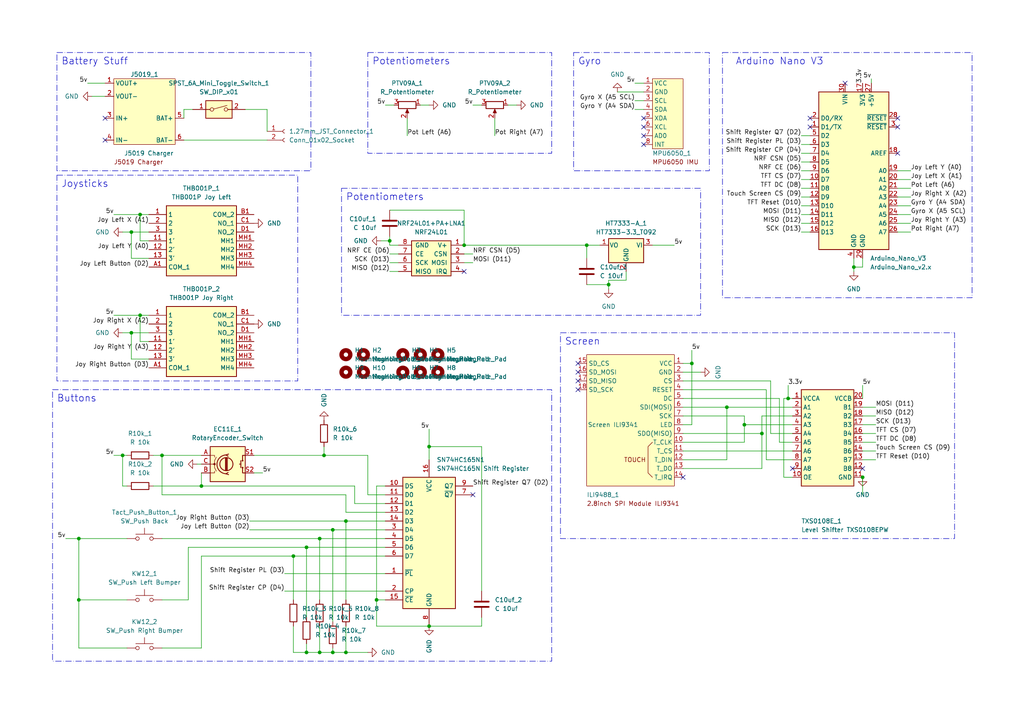
<source format=kicad_sch>
(kicad_sch (version 20230121) (generator eeschema)
  (paper "A4")
  (lib_symbols
    (symbol "74xx:74HC165"
      (property "Reference" "U" (at -7.62 19.05 0))
      (property "Value" "74HC165" (at -7.62 -21.59 0))
      (symbol "74HC165_1_0"
        (pin input line (at -12.7 -10.16 0) (length 5.08) (name "~{PL}") (number "1"))
        (pin input line (at -12.7 15.24 0) (length 5.08) (name "DS") (number "10"))
        (pin input line (at -12.7 12.7 0) (length 5.08) (name "D0") (number "11"))
        (pin input line (at -12.7 10.16 0) (length 5.08) (name "D1") (number "12"))
        (pin input line (at -12.7 7.62 0) (length 5.08) (name "D2") (number "13"))
        (pin input line (at -12.7 5.08 0) (length 5.08) (name "D3") (number "14"))
        (pin input line (at -12.7 -17.78 0) (length 5.08) (name "~{CE}") (number "15"))
        (pin power_in line (at 0 22.86 270) (length 5.08) (name "VCC") (number "16"))
        (pin input line (at -12.7 -15.24 0) (length 5.08) (name "CP") (number "2"))
        (pin input line (at -12.7 2.54 0) (length 5.08) (name "D4") (number "3"))
        (pin input line (at -12.7 0 0) (length 5.08) (name "D5") (number "4"))
        (pin input line (at -12.7 -2.54 0) (length 5.08) (name "D6") (number "5"))
        (pin input line (at -12.7 -5.08 0) (length 5.08) (name "D7") (number "6"))
        (pin output line (at 12.7 12.7 180) (length 5.08) (name "~{Q7}") (number "7"))
        (pin power_in line (at 0 -25.4 90) (length 5.08) (name "GND") (number "8"))
        (pin output line (at 12.7 15.24 180) (length 5.08) (name "Q7") (number "9"))
      )
      (symbol "74HC165_1_1"
        (rectangle (start -7.62 17.78) (end 7.62 -20.32) (stroke (width 0.254)) (fill (type background)))
      )
    )
    (symbol "Connector:Conn_01x02_Socket" (pin_names (offset 1.016) hide)
      (property "Reference" "J" (at 0 2.54 0))
      (property "Value" "Conn_01x02_Socket" (at 0 -5.08 0))
      (symbol "Conn_01x02_Socket_1_1"
        (arc (start 0 -2.032) (mid -0.5058 -2.54) (end 0 -3.048) (stroke (width 0.1524)))
        (polyline (pts (xy -1.27 -2.54) (xy -0.508 -2.54)) (stroke (width 0.1524)))
        (polyline (pts (xy -1.27 0) (xy -0.508 0)) (stroke (width 0.1524)))
        (arc (start 0 0.508) (mid -0.5058 0) (end 0 -0.508) (stroke (width 0.1524)))
        (pin passive line (at -5.08 0 0) (length 3.81) (name "Pin_1") (number "1"))
        (pin passive line (at -5.08 -2.54 0) (length 3.81) (name "Pin_2") (number "2"))
      )
    )
    (symbol "Connector_Generic:Conn_02x04_Counter_Clockwise" (pin_names (offset 1.016))
      (property "Reference" "N1" (at 4.445 8.89 0))
      (property "Value" "NRF24L01" (at 4.445 6.35 0))
      (symbol "Conn_02x04_Counter_Clockwise_1_1"
        (rectangle (start -1.27 3.81) (end 10.16 -6.35) (stroke (width 0.254)) (fill (type background)))
        (pin power_in line (at -5.08 2.54 0) (length 3.81) (name "V+") (number "1"))
        (pin input line (at -5.08 0 0) (length 3.81) (name "CSN") (number "2"))
        (pin input line (at -5.08 -2.54 0) (length 3.81) (name "MOSI") (number "3"))
        (pin input line (at -5.08 -5.08 0) (length 3.81) (name "IRQ") (number "4"))
        (pin input line (at 13.97 -5.08 180) (length 3.81) (name "MISO") (number "5"))
        (pin input line (at 13.97 -2.54 180) (length 3.81) (name "SCK") (number "6"))
        (pin input line (at 13.97 0 180) (length 3.81) (name "CE") (number "7"))
        (pin power_out line (at 13.97 2.54 180) (length 3.81) (name "GND") (number "8"))
      )
    )
    (symbol "Device:C" (pin_numbers hide) (pin_names (offset 0.254))
      (property "Reference" "C" (at 0.635 2.54 0))
      (property "Value" "C" (at 0.635 -2.54 0))
      (symbol "C_0_1"
        (polyline (pts (xy -2.032 -0.762) (xy 2.032 -0.762)) (stroke (width 0.508)))
        (polyline (pts (xy -2.032 0.762) (xy 2.032 0.762)) (stroke (width 0.508)))
      )
      (symbol "C_1_1"
        (pin passive line (at 0 3.81 270) (length 2.794) (name "~") (number "1"))
        (pin passive line (at 0 -3.81 90) (length 2.794) (name "~") (number "2"))
      )
    )
    (symbol "Device:R" (pin_numbers hide) (pin_names (offset 0))
      (property "Reference" "R" (at 2.032 0 90))
      (property "Value" "R" (at 0 0 90))
      (symbol "R_0_1"
        (rectangle (start -1.016 -2.54) (end 1.016 2.54) (stroke (width 0.254)))
      )
      (symbol "R_1_1"
        (pin passive line (at 0 3.81 270) (length 1.27) (name "~") (number "1"))
        (pin passive line (at 0 -3.81 90) (length 1.27) (name "~") (number "2"))
      )
    )
    (symbol "Device:R_Potentiometer" (pin_names (offset 1.016) hide)
      (property "Reference" "RV" (at -4.445 0 90))
      (property "Value" "R_Potentiometer" (at -2.54 0 90))
      (symbol "R_Potentiometer_0_1"
        (polyline (pts (xy 2.54 0) (xy 1.524 0)))
        (polyline (pts (xy 1.143 0) (xy 2.286 0.508) (xy 2.286 -0.508) (xy 1.143 0)) (fill (type outline)))
        (rectangle (start 1.016 2.54) (end -1.016 -2.54) (stroke (width 0.254)))
      )
      (symbol "R_Potentiometer_1_1"
        (pin passive line (at 0 3.81 270) (length 1.27) (name "1") (number "1"))
        (pin passive line (at 3.81 0 180) (length 1.27) (name "2") (number "2"))
        (pin passive line (at 0 -3.81 90) (length 1.27) (name "3") (number "3"))
      )
    )
    (symbol "Device:RotaryEncoder_Switch" (pin_names (offset 0.254) hide)
      (property "Reference" "SW" (at 0 6.604 0))
      (property "Value" "RotaryEncoder_Switch" (at 0 -6.604 0))
      (symbol "RotaryEncoder_Switch_0_1"
        (rectangle (start -5.08 5.08) (end 5.08 -5.08) (stroke (width 0.254)) (fill (type background)))
        (circle (center -3.81 0) (radius 0.254) (fill (type outline)))
        (circle (center -0.381 0) (radius 1.905) (stroke (width 0.254)))
        (arc (start -0.381 2.667) (mid -3.0988 -0.0635) (end -0.381 -2.794) (stroke (width 0.254)))
        (polyline (pts (xy -0.635 -1.778) (xy -0.635 1.778)) (stroke (width 0.254)))
        (polyline (pts (xy -0.381 -1.778) (xy -0.381 1.778)) (stroke (width 0.254)))
        (polyline (pts (xy -0.127 1.778) (xy -0.127 -1.778)) (stroke (width 0.254)))
        (polyline (pts (xy 3.81 0) (xy 3.429 0)) (stroke (width 0.254)))
        (polyline (pts (xy 3.81 1.016) (xy 3.81 -1.016)) (stroke (width 0.254)))
        (polyline (pts (xy -5.08 -2.54) (xy -3.81 -2.54) (xy -3.81 -2.032)))
        (polyline (pts (xy -5.08 2.54) (xy -3.81 2.54) (xy -3.81 2.032)))
        (polyline (pts (xy 0.254 -3.048) (xy -0.508 -2.794) (xy 0.127 -2.413)) (stroke (width 0.254)))
        (polyline (pts (xy 0.254 2.921) (xy -0.508 2.667) (xy 0.127 2.286)) (stroke (width 0.254)))
        (polyline (pts (xy 5.08 -2.54) (xy 4.318 -2.54) (xy 4.318 -1.016)) (stroke (width 0.254)))
        (polyline (pts (xy 5.08 2.54) (xy 4.318 2.54) (xy 4.318 1.016)) (stroke (width 0.254)))
        (polyline (pts (xy -5.08 0) (xy -3.81 0) (xy -3.81 -1.016) (xy -3.302 -2.032)))
        (polyline (pts (xy -4.318 0) (xy -3.81 0) (xy -3.81 1.016) (xy -3.302 2.032)))
        (circle (center 4.318 -1.016) (radius 0.127) (stroke (width 0.254)))
        (circle (center 4.318 1.016) (radius 0.127) (stroke (width 0.254)))
      )
      (symbol "RotaryEncoder_Switch_1_1"
        (pin passive line (at -7.62 2.54 0) (length 2.54) (name "A") (number "A"))
        (pin passive line (at -7.62 -2.54 0) (length 2.54) (name "B") (number "B"))
        (pin passive line (at -7.62 0 0) (length 2.54) (name "C") (number "C"))
        (pin passive line (at 7.62 2.54 180) (length 2.54) (name "S1") (number "S1"))
        (pin passive line (at 7.62 -2.54 180) (length 2.54) (name "S2") (number "S2"))
      )
    )
    (symbol "Logic_LevelTranslator:TXS0108EPW"
      (property "Reference" "U3" (at -7.62 -25.4 0))
      (property "Value" "Level Shifter TXS0108EPW" (at -7.62 -27.94 0))
      (symbol "TXS0108EPW_0_1"
        (rectangle (start -7.62 12.7) (end 7.62 -15.24) (stroke (width 0.254)) (fill (type background)))
      )
      (symbol "TXS0108EPW_1_1"
        (pin power_in line (at -10.16 10.16 0) (length 2.54) (name "VCCA") (number "1"))
        (pin input line (at -10.16 -12.7 0) (length 2.54) (name "OE") (number "10"))
        (pin power_in line (at 10.16 -12.7 180) (length 2.54) (name "GND") (number "11"))
        (pin bidirectional line (at 10.16 -10.16 180) (length 2.54) (name "B8") (number "12"))
        (pin bidirectional line (at 10.16 -7.62 180) (length 2.54) (name "B7") (number "13"))
        (pin bidirectional line (at 10.16 -5.08 180) (length 2.54) (name "B6") (number "14"))
        (pin bidirectional line (at 10.16 -2.54 180) (length 2.54) (name "B5") (number "15"))
        (pin bidirectional line (at 10.16 0 180) (length 2.54) (name "B4") (number "16"))
        (pin bidirectional line (at 10.16 2.54 180) (length 2.54) (name "B3") (number "17"))
        (pin bidirectional line (at 10.16 5.08 180) (length 2.54) (name "B2") (number "18"))
        (pin bidirectional line (at 10.16 7.62 180) (length 2.54) (name "B1") (number "19"))
        (pin bidirectional line (at -10.16 7.62 0) (length 2.54) (name "A1") (number "2"))
        (pin power_in line (at 10.16 10.16 180) (length 2.54) (name "VCCB") (number "20"))
        (pin bidirectional line (at -10.16 5.08 0) (length 2.54) (name "A2") (number "3"))
        (pin bidirectional line (at -10.16 2.54 0) (length 2.54) (name "A3") (number "4"))
        (pin bidirectional line (at -10.16 0 0) (length 2.54) (name "A4") (number "5"))
        (pin bidirectional line (at -10.16 -2.54 0) (length 2.54) (name "A5") (number "6"))
        (pin bidirectional line (at -10.16 -5.08 0) (length 2.54) (name "A6") (number "7"))
        (pin bidirectional line (at -10.16 -7.62 0) (length 2.54) (name "A7") (number "8"))
        (pin bidirectional line (at -10.16 -10.16 0) (length 2.54) (name "A8") (number "9"))
      )
    )
    (symbol "MCU_Module:Arduino_Nano_v2.x"
      (property "Reference" "A1" (at 4.7341 -25.4 0))
      (property "Value" "Arduino_Nano_v2.x" (at 4.7341 -27.94 0))
      (symbol "Arduino_Nano_v2.x_0_1"
        (rectangle (start -10.16 22.86) (end 10.16 -22.86) (stroke (width 0.254)) (fill (type background)))
      )
      (symbol "Arduino_Nano_v2.x_1_1"
        (pin bidirectional line (at -12.7 12.7 0) (length 2.54) (name "D1/TX") (number "1"))
        (pin bidirectional line (at -12.7 -2.54 0) (length 2.54) (name "D7") (number "10"))
        (pin bidirectional line (at -12.7 -5.08 0) (length 2.54) (name "D8") (number "11"))
        (pin bidirectional line (at -12.7 -7.62 0) (length 2.54) (name "D9") (number "12"))
        (pin bidirectional line (at -12.7 -10.16 0) (length 2.54) (name "D10") (number "13"))
        (pin bidirectional line (at -12.7 -12.7 0) (length 2.54) (name "D11") (number "14"))
        (pin bidirectional line (at -12.7 -15.24 0) (length 2.54) (name "D12") (number "15"))
        (pin bidirectional line (at -12.7 -17.78 0) (length 2.54) (name "D13") (number "16"))
        (pin power_out line (at 2.54 25.4 270) (length 2.54) (name "3V3") (number "17"))
        (pin input line (at 12.7 5.08 180) (length 2.54) (name "AREF") (number "18"))
        (pin bidirectional line (at 12.7 0 180) (length 2.54) (name "A0") (number "19"))
        (pin bidirectional line (at -12.7 15.24 0) (length 2.54) (name "D0/RX") (number "2"))
        (pin bidirectional line (at 12.7 -2.54 180) (length 2.54) (name "A1") (number "20"))
        (pin bidirectional line (at 12.7 -5.08 180) (length 2.54) (name "A2") (number "21"))
        (pin bidirectional line (at 12.7 -7.62 180) (length 2.54) (name "A3") (number "22"))
        (pin bidirectional line (at 12.7 -10.16 180) (length 2.54) (name "A4") (number "23"))
        (pin bidirectional line (at 12.7 -12.7 180) (length 2.54) (name "A5") (number "24"))
        (pin bidirectional line (at 12.7 -15.24 180) (length 2.54) (name "A6") (number "25"))
        (pin bidirectional line (at 12.7 -17.78 180) (length 2.54) (name "A7") (number "26"))
        (pin power_in line (at 5.08 25.4 270) (length 2.54) (name "+5V") (number "27"))
        (pin input line (at 12.7 15.24 180) (length 2.54) (name "~{RESET}") (number "28"))
        (pin power_in line (at 2.54 -25.4 90) (length 2.54) (name "GND") (number "29"))
        (pin input line (at 12.7 12.7 180) (length 2.54) (name "~{RESET}") (number "3"))
        (pin power_in line (at -2.54 25.4 270) (length 2.54) (name "VIN") (number "30"))
        (pin power_in line (at 0 -25.4 90) (length 2.54) (name "GND") (number "4"))
        (pin bidirectional line (at -12.7 10.16 0) (length 2.54) (name "D2") (number "5"))
        (pin bidirectional line (at -12.7 7.62 0) (length 2.54) (name "D3") (number "6"))
        (pin bidirectional line (at -12.7 5.08 0) (length 2.54) (name "D4") (number "7"))
        (pin bidirectional line (at -12.7 2.54 0) (length 2.54) (name "D5") (number "8"))
        (pin bidirectional line (at -12.7 0 0) (length 2.54) (name "D6") (number "9"))
      )
    )
    (symbol "Mechanical:MountingHole" (pin_names (offset 1.016))
      (property "Reference" "H" (at 0 5.08 0))
      (property "Value" "MountingHole" (at 0 3.175 0))
      (symbol "MountingHole_0_1"
        (circle (center 0 0) (radius 1.27) (stroke (width 1.27)))
      )
    )
    (symbol "Modules:2.8inch_SPI_Module_ILI9341"
      (property "Reference" "S2" (at -7.62 -20.32 0))
      (symbol "2.8inch_SPI_Module_ILI9341_1_1"
        (rectangle (start -7.62 20.32) (end 17.78 -17.78) (fill (type background)))
        (polyline (pts (xy 11.43 -15.24) (xy 10.16 -13.97) (xy 10.16 -6.35) (xy 11.43 -5.08)))
        (text "2.8inch SPI Module ILI9341" (at -7.62 -22.86 0) (effects (font (size 1.27 1.27)) (justify left)))
        (text "TOUCH" (at 6.35 -10.16 0) (effects (font (size 1.27 1.27))))
        (pin power_in line (at 20.32 17.78 180) (length 2.54) (name "VCC") (number "1"))
        (pin input line (at 20.32 -5.08 180) (length 2.54) (name "T_CLK") (number "10"))
        (pin input line (at 20.32 -7.62 180) (length 2.54) (name "T_CS") (number "11"))
        (pin input line (at 20.32 -10.16 180) (length 2.54) (name "T_DIN") (number "12"))
        (pin input line (at 20.32 -12.7 180) (length 2.54) (name "T_DO") (number "13"))
        (pin input line (at 20.32 -15.24 180) (length 2.54) (name "T_IRQ") (number "14"))
        (pin output line (at -10.16 17.78 0) (length 2.54) (name "SD_CS") (number "15"))
        (pin output line (at -10.16 15.24 0) (length 2.54) (name "SD_MOSI") (number "16"))
        (pin output line (at -10.16 12.7 0) (length 2.54) (name "SD_MISO") (number "17"))
        (pin output line (at -10.16 10.16 0) (length 2.54) (name "SD_SCK") (number "18"))
        (pin power_in line (at 20.32 15.24 180) (length 2.54) (name "GND") (number "2"))
        (pin input line (at 20.32 12.7 180) (length 2.54) (name "CS") (number "3"))
        (pin input line (at 20.32 10.16 180) (length 2.54) (name "RESET") (number "4"))
        (pin input line (at 20.32 7.62 180) (length 2.54) (name "DC") (number "5"))
        (pin input line (at 20.32 5.08 180) (length 2.54) (name "SDI(MOSI)") (number "6"))
        (pin input line (at 20.32 2.54 180) (length 2.54) (name "SCK") (number "7"))
        (pin input line (at 20.32 0 180) (length 2.54) (name "LED") (number "8"))
        (pin input line (at 20.32 -2.54 180) (length 2.54) (name "SDO(MISO)") (number "9"))
      )
    )
    (symbol "Modules:J5019_Charger"
      (property "Reference" "J1" (at -10.16 1.27 0))
      (property "Value" "~" (at 0 0 0))
      (symbol "J5019_Charger_1_1"
        (rectangle (start -11.43 22.86) (end 6.35 3.81) (fill (type background)))
        (text "J5019 Charger" (at -11.43 -1.27 0) (effects (font (size 1.27 1.27)) (justify left)))
        (pin power_out line (at -13.97 21.59 0) (length 2.54) (name "VOUT+") (number "1"))
        (pin power_out line (at -13.97 17.78 0) (length 2.54) (name "VOUT-") (number "2"))
        (pin power_in line (at -13.97 11.43 0) (length 2.54) (name "IN+") (number "3"))
        (pin power_in line (at -13.97 5.08 0) (length 2.54) (name "IN-") (number "4"))
        (pin power_in line (at 8.89 11.43 180) (length 2.54) (name "BAT+") (number "5"))
        (pin power_in line (at 8.89 5.08 180) (length 2.54) (name "BAT-") (number "6"))
      )
    )
    (symbol "Modules:MPU6050_IMU"
      (property "Reference" "G1" (at -3.81 -10.16 0))
      (property "Value" "~" (at 0 0 0))
      (symbol "MPU6050_IMU_1_1"
        (rectangle (start -3.81 11.43) (end 5.08 -8.89) (fill (type background)))
        (text "MPU6050 IMU" (at -3.81 -12.7 0) (effects (font (size 1.27 1.27)) (justify left)))
        (pin power_in line (at -6.35 10.16 0) (length 2.54) (name "VCC") (number "1"))
        (pin power_in line (at -6.35 7.62 0) (length 2.54) (name "GND") (number "2"))
        (pin output line (at -6.35 5.08 0) (length 2.54) (name "SCL") (number "3"))
        (pin output line (at -6.35 2.54 0) (length 2.54) (name "SDA") (number "4"))
        (pin input line (at -6.35 0 0) (length 2.54) (name "XDA") (number "5"))
        (pin input line (at -6.35 -2.54 0) (length 2.54) (name "XCL") (number "6"))
        (pin input line (at -6.35 -5.08 0) (length 2.54) (name "AD0") (number "7"))
        (pin input line (at -6.35 -7.62 0) (length 2.54) (name "INT") (number "8"))
      )
    )
    (symbol "Regulator_Linear:LM2936-3.3_TO92" (pin_names (offset 0.254))
      (property "Reference" "U" (at -3.81 3.175 0))
      (property "Value" "LM2936-3.3_TO92" (at 0 3.175 0))
      (symbol "LM2936-3.3_TO92_0_1"
        (rectangle (start -5.08 -5.08) (end 5.08 1.905) (stroke (width 0.254)) (fill (type background)))
      )
      (symbol "LM2936-3.3_TO92_1_1"
        (pin power_out line (at 7.62 0 180) (length 2.54) (name "VO") (number "1"))
        (pin power_in line (at 0 -7.62 90) (length 2.54) (name "GND") (number "2"))
        (pin power_in line (at -7.62 0 0) (length 2.54) (name "VI") (number "3"))
      )
    )
    (symbol "Switch:SW_DIP_x01" (pin_names (offset 0) hide)
      (property "Reference" "SW" (at 0 3.81 0))
      (property "Value" "SW_DIP_x01" (at 0 -3.81 0))
      (symbol "SW_DIP_x01_0_0"
        (circle (center -2.032 0) (radius 0.508))
        (polyline (pts (xy -1.524 0.127) (xy 2.3622 1.1684)))
        (circle (center 2.032 0) (radius 0.508))
      )
      (symbol "SW_DIP_x01_0_1"
        (rectangle (start -3.81 2.54) (end 3.81 -2.54) (stroke (width 0.254)) (fill (type background)))
      )
      (symbol "SW_DIP_x01_1_1"
        (pin passive line (at -7.62 0 0) (length 5.08) (name "~") (number "1"))
        (pin passive line (at 7.62 0 180) (length 5.08) (name "~") (number "2"))
      )
    )
    (symbol "Switch:SW_Push" (pin_numbers hide) (pin_names (offset 1.016) hide)
      (property "Reference" "SW" (at 1.27 2.54 0))
      (property "Value" "SW_Push" (at 0 -1.524 0))
      (symbol "SW_Push_0_1"
        (circle (center -2.032 0) (radius 0.508))
        (polyline (pts (xy 0 1.27) (xy 0 3.048)))
        (polyline (pts (xy 2.54 1.27) (xy -2.54 1.27)))
        (circle (center 2.032 0) (radius 0.508))
        (pin passive line (at -5.08 0 0) (length 2.54) (name "1") (number "1"))
        (pin passive line (at 5.08 0 180) (length 2.54) (name "2") (number "2"))
      )
    )
    (symbol "THB001P:THB001P"
      (property "Reference" "S" (at 26.67 7.62 0))
      (property "Value" "THB001P" (at 26.67 5.08 0))
      (symbol "THB001P_1_1"
        (rectangle (start 5.08 2.54) (end 25.4 -17.78) (stroke (width 0.254)) (fill (type background)))
        (pin passive line (at 0 0 0) (length 5.08) (name "1") (number "1"))
        (pin passive line (at 0 -7.62 0) (length 5.08) (name "1'") (number "11"))
        (pin passive line (at 0 -10.16 0) (length 5.08) (name "2'") (number "12"))
        (pin passive line (at 0 -12.7 0) (length 5.08) (name "3'") (number "13"))
        (pin passive line (at 0 -2.54 0) (length 5.08) (name "2") (number "2"))
        (pin passive line (at 0 -5.08 0) (length 5.08) (name "3") (number "3"))
        (pin passive line (at 0 -15.24 0) (length 5.08) (name "COM_1") (number "A1"))
        (pin passive line (at 30.48 0 180) (length 5.08) (name "COM_2") (number "B1"))
        (pin passive line (at 30.48 -2.54 180) (length 5.08) (name "NO_1") (number "C1"))
        (pin passive line (at 30.48 -5.08 180) (length 5.08) (name "NO_2") (number "D1"))
        (pin passive line (at 30.48 -7.62 180) (length 5.08) (name "MH1") (number "MH1"))
        (pin passive line (at 30.48 -10.16 180) (length 5.08) (name "MH2") (number "MH2"))
        (pin passive line (at 30.48 -12.7 180) (length 5.08) (name "MH3") (number "MH3"))
        (pin passive line (at 30.48 -15.24 180) (length 5.08) (name "MH4") (number "MH4"))
      )
    )
    (symbol "power:GND" (power) (pin_names (offset 0))
      (property "Value" "GND" (at 0 -3.81 0))
      (symbol "GND_0_1"
        (polyline (pts (xy 0 0) (xy 0 -1.27) (xy 1.27 -1.27) (xy 0 -2.54) (xy -1.27 -1.27) (xy 0 -1.27)))
      )
      (symbol "GND_1_1"
        (pin power_in line (at 0 0 270) (length 0) hide (name "GND") (number "1"))
      )
    )
  )
  (junction (at 22.86 173.99))
  (junction (at 215.9 123.19))
  (junction (at 170.18 71.12))
  (junction (at 35.56 132.08))
  (junction (at 85.09 161.29))
  (junction (at 93.98 132.08))
  (junction (at 22.86 156.21))
  (junction (at 46.99 132.08))
  (junction (at 96.52 189.23))
  (junction (at 109.22 173.99))
  (junction (at 92.71 156.21))
  (junction (at 38.1 67.31))
  (junction (at 250.19 138.43))
  (junction (at 247.65 77.47))
  (junction (at 200.66 105.41))
  (junction (at 176.53 82.55))
  (junction (at 40.64 62.23))
  (junction (at 210.82 118.11))
  (junction (at 124.46 129.54))
  (junction (at 124.46 181.61))
  (junction (at 113.03 69.85))
  (junction (at 134.62 71.12))
  (junction (at 100.33 189.23))
  (junction (at 38.1 96.52))
  (junction (at 58.42 140.97))
  (junction (at 220.98 125.73))
  (junction (at 96.52 153.67))
  (junction (at 88.9 189.23))
  (junction (at 100.33 151.13))
  (junction (at 92.71 189.23))
  (junction (at 228.6 115.57))
  (junction (at 40.64 91.44))
  (junction (at 88.9 158.75))
  (no_connect (at 30.48 34.29))
  (no_connect (at 250.19 135.89))
  (no_connect (at 30.48 40.64))
  (no_connect (at 260.35 36.83))
  (no_connect (at 186.69 34.29))
  (no_connect (at 234.95 34.29))
  (no_connect (at 245.11 24.13))
  (no_connect (at 234.95 36.83))
  (no_connect (at 198.12 138.43))
  (no_connect (at 260.35 44.45))
  (no_connect (at 186.69 39.37))
  (no_connect (at 186.69 41.91))
  (no_connect (at 260.35 34.29))
  (no_connect (at 167.64 105.41))
  (no_connect (at 167.64 107.95))
  (no_connect (at 229.87 135.89))
  (no_connect (at 137.16 143.51))
  (no_connect (at 134.62 78.74))
  (no_connect (at 167.64 113.03))
  (no_connect (at 167.64 110.49))
  (no_connect (at 186.69 36.83))
  (wire (pts (xy 100.33 148.59) (xy 111.76 148.59)))
  (wire (pts (xy 92.71 156.21) (xy 92.71 173.99)))
  (wire (pts (xy 232.41 62.23) (xy 234.95 62.23)))
  (wire (pts (xy 247.65 77.47) (xy 250.19 77.47)))
  (wire (pts (xy 85.09 161.29) (xy 85.09 173.99)))
  (wire (pts (xy 55.88 31.75) (xy 53.34 31.75)))
  (wire (pts (xy 124.46 129.54) (xy 124.46 133.35)))
  (wire (pts (xy 109.22 181.61) (xy 124.46 181.61)))
  (wire (pts (xy 111.76 30.48) (xy 114.3 30.48)))
  (wire (pts (xy 40.64 91.44) (xy 40.64 99.06)))
  (wire (pts (xy 85.09 181.61) (xy 85.09 189.23)))
  (wire (pts (xy 200.66 101.6) (xy 200.66 105.41)))
  (wire (pts (xy 220.98 120.65) (xy 229.87 120.65)))
  (wire (pts (xy 43.18 74.93) (xy 38.1 74.93)))
  (wire (pts (xy 134.62 71.12) (xy 170.18 71.12)))
  (wire (pts (xy 72.39 151.13) (xy 100.33 151.13)))
  (wire (pts (xy 109.22 173.99) (xy 111.76 173.99)))
  (wire (pts (xy 113.03 69.85) (xy 110.49 69.85)))
  (wire (pts (xy 71.12 31.75) (xy 77.47 31.75)))
  (wire (pts (xy 179.07 26.67) (xy 186.69 26.67)))
  (wire (pts (xy 176.53 82.55) (xy 176.53 81.28)))
  (wire (pts (xy 149.86 30.48) (xy 147.32 30.48)))
  (wire (pts (xy 139.7 171.45) (xy 139.7 129.54)))
  (wire (pts (xy 113.03 68.58) (xy 113.03 69.85)))
  (wire (pts (xy 232.41 52.07) (xy 234.95 52.07)))
  (wire (pts (xy 102.87 140.97) (xy 102.87 146.05)))
  (wire (pts (xy 232.41 57.15) (xy 234.95 57.15)))
  (wire (pts (xy 100.33 181.61) (xy 100.33 189.23)))
  (wire (pts (xy 115.57 71.12) (xy 113.03 71.12)))
  (wire (pts (xy 33.02 62.23) (xy 40.64 62.23)))
  (wire (pts (xy 77.47 40.64) (xy 53.34 40.64)))
  (wire (pts (xy 88.9 189.23) (xy 92.71 189.23)))
  (wire (pts (xy 139.7 129.54) (xy 124.46 129.54)))
  (wire (pts (xy 232.41 39.37) (xy 234.95 39.37)))
  (wire (pts (xy 250.19 74.93) (xy 250.19 77.47)))
  (wire (pts (xy 30.48 27.94) (xy 26.67 27.94)))
  (wire (pts (xy 232.41 54.61) (xy 234.95 54.61)))
  (wire (pts (xy 43.18 99.06) (xy 40.64 99.06)))
  (wire (pts (xy 73.66 137.16) (xy 76.2 137.16)))
  (wire (pts (xy 254 125.73) (xy 250.19 125.73)))
  (wire (pts (xy 181.61 81.28) (xy 181.61 78.74)))
  (wire (pts (xy 33.02 132.08) (xy 35.56 132.08)))
  (wire (pts (xy 198.12 135.89) (xy 220.98 135.89)))
  (wire (pts (xy 264.16 67.31) (xy 260.35 67.31)))
  (wire (pts (xy 227.33 115.57) (xy 228.6 115.57)))
  (wire (pts (xy 40.64 91.44) (xy 43.18 91.44)))
  (wire (pts (xy 203.2 107.95) (xy 198.12 107.95)))
  (wire (pts (xy 223.52 110.49) (xy 198.12 110.49)))
  (wire (pts (xy 43.18 104.14) (xy 38.1 104.14)))
  (wire (pts (xy 228.6 111.76) (xy 228.6 115.57)))
  (wire (pts (xy 124.46 124.46) (xy 124.46 129.54)))
  (wire (pts (xy 264.16 49.53) (xy 260.35 49.53)))
  (wire (pts (xy 226.06 128.27) (xy 229.87 128.27)))
  (wire (pts (xy 40.64 62.23) (xy 43.18 62.23)))
  (wire (pts (xy 198.12 130.81) (xy 229.87 130.81)))
  (wire (pts (xy 215.9 123.19) (xy 229.87 123.19)))
  (wire (pts (xy 220.98 125.73) (xy 220.98 120.65)))
  (wire (pts (xy 43.18 69.85) (xy 40.64 69.85)))
  (wire (pts (xy 22.86 156.21) (xy 22.86 173.99)))
  (wire (pts (xy 228.6 115.57) (xy 229.87 115.57)))
  (wire (pts (xy 36.83 173.99) (xy 22.86 173.99)))
  (wire (pts (xy 247.65 78.74) (xy 247.65 77.47)))
  (wire (pts (xy 232.41 67.31) (xy 234.95 67.31)))
  (wire (pts (xy 232.41 59.69) (xy 234.95 59.69)))
  (wire (pts (xy 184.15 31.75) (xy 186.69 31.75)))
  (wire (pts (xy 100.33 151.13) (xy 100.33 173.99)))
  (wire (pts (xy 40.64 62.23) (xy 40.64 69.85)))
  (wire (pts (xy 264.16 64.77) (xy 260.35 64.77)))
  (wire (pts (xy 100.33 143.51) (xy 100.33 148.59)))
  (wire (pts (xy 232.41 49.53) (xy 234.95 49.53)))
  (wire (pts (xy 82.55 166.37) (xy 111.76 166.37)))
  (wire (pts (xy 264.16 52.07) (xy 260.35 52.07)))
  (wire (pts (xy 184.15 29.21) (xy 186.69 29.21)))
  (wire (pts (xy 254 130.81) (xy 250.19 130.81)))
  (wire (pts (xy 38.1 67.31) (xy 43.18 67.31)))
  (wire (pts (xy 200.66 105.41) (xy 200.66 123.19)))
  (wire (pts (xy 96.52 153.67) (xy 96.52 180.34)))
  (wire (pts (xy 198.12 128.27) (xy 215.9 128.27)))
  (wire (pts (xy 254 120.65) (xy 250.19 120.65)))
  (wire (pts (xy 25.4 24.13) (xy 30.48 24.13)))
  (wire (pts (xy 215.9 128.27) (xy 215.9 123.19)))
  (wire (pts (xy 250.19 111.76) (xy 250.19 115.57)))
  (wire (pts (xy 264.16 59.69) (xy 260.35 59.69)))
  (wire (pts (xy 137.16 30.48) (xy 139.7 30.48)))
  (wire (pts (xy 46.99 143.51) (xy 100.33 143.51)))
  (wire (pts (xy 106.68 143.51) (xy 111.76 143.51)))
  (wire (pts (xy 36.83 187.96) (xy 22.86 187.96)))
  (wire (pts (xy 58.42 140.97) (xy 102.87 140.97)))
  (wire (pts (xy 92.71 189.23) (xy 96.52 189.23)))
  (wire (pts (xy 35.56 67.31) (xy 38.1 67.31)))
  (wire (pts (xy 82.55 171.45) (xy 111.76 171.45)))
  (wire (pts (xy 109.22 173.99) (xy 109.22 181.61)))
  (wire (pts (xy 254 128.27) (xy 250.19 128.27)))
  (wire (pts (xy 19.05 156.21) (xy 22.86 156.21)))
  (wire (pts (xy 58.42 187.96) (xy 58.42 161.29)))
  (wire (pts (xy 33.02 91.44) (xy 40.64 91.44)))
  (wire (pts (xy 46.99 156.21) (xy 92.71 156.21)))
  (wire (pts (xy 198.12 125.73) (xy 220.98 125.73)))
  (wire (pts (xy 184.15 24.13) (xy 186.69 24.13)))
  (wire (pts (xy 38.1 67.31) (xy 38.1 74.93)))
  (wire (pts (xy 223.52 125.73) (xy 223.52 110.49)))
  (wire (pts (xy 250.19 138.43) (xy 250.19 143.51)))
  (wire (pts (xy 46.99 132.08) (xy 58.42 132.08)))
  (wire (pts (xy 170.18 71.12) (xy 170.18 74.93)))
  (wire (pts (xy 46.99 173.99) (xy 54.61 173.99)))
  (wire (pts (xy 73.66 132.08) (xy 93.98 132.08)))
  (wire (pts (xy 109.22 140.97) (xy 109.22 173.99)))
  (wire (pts (xy 96.52 187.96) (xy 96.52 189.23)))
  (wire (pts (xy 232.41 46.99) (xy 234.95 46.99)))
  (wire (pts (xy 57.15 134.62) (xy 58.42 134.62)))
  (wire (pts (xy 38.1 96.52) (xy 38.1 104.14)))
  (wire (pts (xy 232.41 41.91) (xy 234.95 41.91)))
  (wire (pts (xy 118.11 39.37) (xy 118.11 34.29)))
  (wire (pts (xy 102.87 146.05) (xy 111.76 146.05)))
  (wire (pts (xy 85.09 189.23) (xy 88.9 189.23)))
  (wire (pts (xy 92.71 156.21) (xy 111.76 156.21)))
  (wire (pts (xy 36.83 156.21) (xy 22.86 156.21)))
  (wire (pts (xy 222.25 133.35) (xy 229.87 133.35)))
  (wire (pts (xy 38.1 96.52) (xy 43.18 96.52)))
  (wire (pts (xy 92.71 181.61) (xy 92.71 189.23)))
  (wire (pts (xy 198.12 133.35) (xy 210.82 133.35)))
  (wire (pts (xy 137.16 73.66) (xy 134.62 73.66)))
  (wire (pts (xy 58.42 161.29) (xy 85.09 161.29)))
  (wire (pts (xy 113.03 76.2) (xy 115.57 76.2)))
  (wire (pts (xy 46.99 187.96) (xy 58.42 187.96)))
  (wire (pts (xy 53.34 31.75) (xy 53.34 34.29)))
  (wire (pts (xy 200.66 123.19) (xy 198.12 123.19)))
  (wire (pts (xy 106.68 132.08) (xy 106.68 143.51)))
  (wire (pts (xy 35.56 96.52) (xy 38.1 96.52)))
  (wire (pts (xy 264.16 57.15) (xy 260.35 57.15)))
  (wire (pts (xy 195.58 71.12) (xy 189.23 71.12)))
  (wire (pts (xy 181.61 81.28) (xy 176.53 81.28)))
  (wire (pts (xy 88.9 158.75) (xy 88.9 179.07)))
  (wire (pts (xy 254 123.19) (xy 250.19 123.19)))
  (wire (pts (xy 72.39 153.67) (xy 96.52 153.67)))
  (wire (pts (xy 264.16 54.61) (xy 260.35 54.61)))
  (wire (pts (xy 143.51 39.37) (xy 143.51 34.29)))
  (wire (pts (xy 229.87 138.43) (xy 227.33 138.43)))
  (wire (pts (xy 58.42 137.16) (xy 58.42 140.97)))
  (wire (pts (xy 85.09 161.29) (xy 111.76 161.29)))
  (wire (pts (xy 227.33 138.43) (xy 227.33 115.57)))
  (wire (pts (xy 54.61 173.99) (xy 54.61 158.75)))
  (wire (pts (xy 134.62 60.96) (xy 113.03 60.96)))
  (wire (pts (xy 198.12 120.65) (xy 215.9 120.65)))
  (wire (pts (xy 44.45 132.08) (xy 46.99 132.08)))
  (wire (pts (xy 35.56 140.97) (xy 36.83 140.97)))
  (wire (pts (xy 96.52 153.67) (xy 111.76 153.67)))
  (wire (pts (xy 210.82 118.11) (xy 198.12 118.11)))
  (wire (pts (xy 137.16 76.2) (xy 134.62 76.2)))
  (wire (pts (xy 96.52 189.23) (xy 100.33 189.23)))
  (wire (pts (xy 215.9 120.65) (xy 215.9 123.19)))
  (wire (pts (xy 173.99 71.12) (xy 170.18 71.12)))
  (wire (pts (xy 226.06 115.57) (xy 226.06 128.27)))
  (wire (pts (xy 46.99 132.08) (xy 46.99 143.51)))
  (wire (pts (xy 232.41 44.45) (xy 234.95 44.45)))
  (wire (pts (xy 113.03 78.74) (xy 115.57 78.74)))
  (wire (pts (xy 229.87 125.73) (xy 223.52 125.73)))
  (wire (pts (xy 232.41 64.77) (xy 234.95 64.77)))
  (wire (pts (xy 93.98 129.54) (xy 93.98 132.08)))
  (wire (pts (xy 113.03 69.85) (xy 113.03 71.12)))
  (wire (pts (xy 198.12 115.57) (xy 226.06 115.57)))
  (wire (pts (xy 220.98 135.89) (xy 220.98 125.73)))
  (wire (pts (xy 77.47 31.75) (xy 77.47 38.1)))
  (wire (pts (xy 88.9 158.75) (xy 111.76 158.75)))
  (wire (pts (xy 44.45 140.97) (xy 58.42 140.97)))
  (wire (pts (xy 222.25 113.03) (xy 222.25 133.35)))
  (wire (pts (xy 170.18 82.55) (xy 176.53 82.55)))
  (wire (pts (xy 198.12 113.03) (xy 222.25 113.03)))
  (wire (pts (xy 198.12 105.41) (xy 200.66 105.41)))
  (wire (pts (xy 139.7 179.07) (xy 139.7 181.61)))
  (wire (pts (xy 22.86 187.96) (xy 22.86 173.99)))
  (wire (pts (xy 264.16 62.23) (xy 260.35 62.23)))
  (wire (pts (xy 254 133.35) (xy 250.19 133.35)))
  (wire (pts (xy 139.7 181.61) (xy 124.46 181.61)))
  (wire (pts (xy 247.65 77.47) (xy 247.65 74.93)))
  (wire (pts (xy 252.73 22.86) (xy 252.73 24.13)))
  (wire (pts (xy 35.56 132.08) (xy 36.83 132.08)))
  (wire (pts (xy 254 118.11) (xy 250.19 118.11)))
  (wire (pts (xy 35.56 140.97) (xy 35.56 132.08)))
  (wire (pts (xy 124.46 30.48) (xy 121.92 30.48)))
  (wire (pts (xy 176.53 83.82) (xy 176.53 82.55)))
  (wire (pts (xy 54.61 158.75) (xy 88.9 158.75)))
  (wire (pts (xy 134.62 60.96) (xy 134.62 71.12)))
  (wire (pts (xy 113.03 73.66) (xy 115.57 73.66)))
  (wire (pts (xy 88.9 186.69) (xy 88.9 189.23)))
  (wire (pts (xy 229.87 118.11) (xy 210.82 118.11)))
  (wire (pts (xy 93.98 132.08) (xy 106.68 132.08)))
  (wire (pts (xy 210.82 133.35) (xy 210.82 118.11)))
  (wire (pts (xy 100.33 151.13) (xy 111.76 151.13)))
  (wire (pts (xy 111.76 140.97) (xy 109.22 140.97)))
  (wire (pts (xy 100.33 189.23) (xy 106.68 189.23)))
  (rectangle (start 16.51 50.8) (end 86.36 110.49) (stroke (width 0) (type dash_dot)))
  (rectangle (start 166.37 15.24) (end 205.74 49.53) (stroke (width 0) (type dash_dot)))
  (rectangle (start 99.06 54.61) (end 203.2 91.44) (stroke (width 0) (type dash_dot)))
  (rectangle (start 16.51 15.24) (end 90.17 49.53) (stroke (width 0) (type dash_dot)))
  (rectangle (start 106.68 15.24) (end 160.02 44.45) (stroke (width 0) (type dash_dot)))
  (rectangle (start 15.24 113.03) (end 160.02 191.77) (stroke (width 0) (type dash_dot)))
  (rectangle (start 162.56 96.52) (end 276.86 156.21) (stroke (width 0) (type dash_dot)))
  (rectangle (start 209.55 15.24) (end 281.94 86.36) (stroke (width 0) (type dash_dot)))
  (text "Screen" (at 163.83 100.33 0) (effects (font (size 2 2)) (justify left bottom)))
  (text "Potentiometers" (at 100.33 58.42 0) (effects (font (size 2 2)) (justify left bottom)))
  (text "Buttons" (at 16.51 116.84 0) (effects (font (size 2 2)) (justify left bottom)))
  (text "Gyro" (at 167.64 19.05 0) (effects (font (size 2 2)) (justify left bottom)))
  (text "Potentiometers" (at 107.95 19.05 0) (effects (font (size 2 2)) (justify left bottom)))
  (text "Battery Stuff" (at 17.78 19.05 0) (effects (font (size 2 2)) (justify left bottom)))
  (text "Joysticks" (at 17.78 54.61 0) (effects (font (size 2 2)) (justify left bottom)))
  (text "Arduino Nano V3" (at 213.36 19.05 0) (effects (font (size 2 2)) (justify left bottom)))
  (label "Shift Register Q7 (D2)" (at 232.41 39.37 180))
  (label "Joy Left Y (A0)" (at 43.18 72.39 180))
  (label "TFT Reset (D10)" (at 254 133.35 0))
  (label "5v" (at 33.02 91.44 180))
  (label "MISO (D12)" (at 232.41 64.77 180))
  (label "Shift Register CP (D4)" (at 82.55 171.45 180))
  (label "3.3v" (at 228.6 111.76 0))
  (label "5v" (at 25.4 24.13 180))
  (label "Gyro X (A5 SCL)" (at 184.15 29.21 180))
  (label "TFT CS (D7)" (at 254 125.73 0))
  (label "Gyro Y (A4 SDA)" (at 184.15 31.75 180))
  (label "NRF CSN (D5)" (at 232.41 46.99 180))
  (label "Touch Screen CS (D9)" (at 232.41 57.15 180))
  (label "Joy Right Y (A3)" (at 264.16 64.77 0))
  (label "MOSI (D11)" (at 137.16 76.2 0))
  (label "5v" (at 76.2 137.16 0))
  (label "NRF CE (D6)" (at 232.41 49.53 180))
  (label "5v" (at 19.05 156.21 180))
  (label "5v" (at 111.76 30.48 180))
  (label "MISO (D12)" (at 113.03 78.74 180))
  (label "Joy Right Y (A3)" (at 43.18 101.6 180))
  (label "5v" (at 184.15 24.13 180))
  (label "NRF CE (D6)" (at 113.03 73.66 180))
  (label "Joy Left Button (D2)" (at 72.39 153.67 180))
  (label "5v" (at 252.73 22.86 180))
  (label "Joy Left Button (D2)" (at 43.18 77.47 180))
  (label "MOSI (D11)" (at 254 118.11 0))
  (label "Joy Right Button (D3)" (at 72.39 151.13 180))
  (label "Shift Register Q7 (D2)" (at 137.16 140.97 0))
  (label "5v" (at 250.19 111.76 0))
  (label "5v" (at 200.66 101.6 0))
  (label "Touch Screen CS (D9)" (at 254 130.81 0))
  (label "Pot Right (A7)" (at 143.51 39.37 0))
  (label "Gyro Y (A4 SDA)" (at 264.16 59.69 0))
  (label "Shift Register CP (D4)" (at 232.41 44.45 180))
  (label "5v" (at 137.16 30.48 180))
  (label "5v" (at 195.58 71.12 0))
  (label "Joy Right Button (D3)" (at 43.18 106.68 180))
  (label "TFT DC (D8)" (at 232.41 54.61 180))
  (label "Gyro X (A5 SCL)" (at 264.16 62.23 0))
  (label "Joy Left X (A1)" (at 43.18 64.77 180))
  (label "5v" (at 124.46 124.46 180))
  (label "5v" (at 33.02 62.23 180))
  (label "Shift Register PL (D3)" (at 82.55 166.37 180))
  (label "TFT CS (D7)" (at 232.41 52.07 180))
  (label "MISO (D12)" (at 254 120.65 0))
  (label "Joy Left Y (A0)" (at 264.16 49.53 0))
  (label "Joy Left X (A1)" (at 264.16 52.07 0))
  (label "MOSI (D11)" (at 232.41 62.23 180))
  (label "Pot Right (A7)" (at 264.16 67.31 0))
  (label "Pot Left (A6)" (at 118.11 39.37 0))
  (label "TFT DC (D8)" (at 254 128.27 0))
  (label "SCK (D13)" (at 232.41 67.31 180))
  (label "Joy Right X (A2)" (at 43.18 93.98 180))
  (label "SCK (D13)" (at 254 123.19 0))
  (label "Joy Right X (A2)" (at 264.16 57.15 0))
  (label "Pot Left (A6)" (at 264.16 54.61 0))
  (label "NRF CSN (D5)" (at 137.16 73.66 0))
  (label "3.3v" (at 250.19 24.13 90))
  (label "SCK (D13)" (at 113.03 76.2 180))
  (label "5v" (at 33.02 132.08 180))
  (label "Shift Register PL (D3)" (at 232.41 41.91 180))
  (label "TFT Reset (D10)" (at 232.41 59.69 180))
  (symbol (lib_id "Mechanical:MountingHole") (at 127 107.95 0) (unit 1)
    (property "Reference" "H8" (at 129.54 106.68 0) (effects (justify left)))
    (property "Value" "MountingHole_Pad" (at 129.54 109.22 0) (effects (justify left)))
    (property "Footprint" "MountingHole:MountingHole_3.2mm_M3" (effects hide))
  )
  (symbol (lib_id "Device:R_Potentiometer") (at 118.11 30.48 270) (unit 1)
    (property "Reference" "‎PTV09A_1" (at 118.11 24.13 90))
    (property "Value" "R_Potentiometer" (at 118.11 26.67 90))
    (property "Footprint" "Potentiometer_THT:Potentiometer_Bourns_PTV09A-1_Single_Vertical" (effects hide))
  )
  (symbol (lib_id "Mechanical:MountingHole") (at 121.92 107.95 0) (unit 1)
    (property "Reference" "H7" (at 124.46 106.68 0) (effects (justify left)))
    (property "Value" "MountingHole_Pad" (at 124.46 109.22 0) (effects (justify left)))
    (property "Footprint" "MountingHole:MountingHole_3.2mm_M3" (effects hide))
  )
  (symbol (lib_id "Device:R") (at 88.9 182.88 180) (unit 1)
    (property "Reference" "R10k_4" (at 91.44 181.61 0) (effects (justify right)))
    (property "Value" "R 10k" (at 91.44 184.15 0) (effects (justify right)))
    (property "Footprint" "Resistor_THT:R_Axial_DIN0207_L6.3mm_D2.5mm_P7.62mm_Horizontal" (effects hide))
  )
  (symbol (lib_id "Modules:MPU6050_IMU") (at 193.04 34.29 0) (unit 1)
    (property "Reference" "MPU6050_1" (at 189.23 44.45 0) (effects (justify left)))
    (property "Value" "MPU6050 Gyroscope" (effects hide))
    (property "Footprint" "AddedFootprints:MPU6050 Gyroscope" (effects hide))
  )
  (symbol (lib_id "Device:R_Potentiometer") (at 143.51 30.48 270) (unit 1)
    (property "Reference" "‎PTV09A_2" (at 143.51 24.13 90))
    (property "Value" "R_Potentiometer" (at 143.51 26.67 90))
    (property "Footprint" "Potentiometer_THT:Potentiometer_Bourns_PTV09A-1_Single_Vertical" (effects hide))
  )
  (symbol (lib_id "Device:C") (at 139.7 175.26 0) (mirror y) (unit 1)
    (property "Reference" "C10uf_2" (at 143.51 173.99 0) (effects (justify right)))
    (property "Value" "C 10uf" (at 143.51 176.53 0) (effects (justify right)))
    (property "Footprint" "Capacitor_THT:CP_Radial_D5.0mm_P2.50mm" (effects hide))
  )
  (symbol (lib_id "Device:RotaryEncoder_Switch") (at 66.04 134.62 0) (unit 1)
    (property "Reference" "EC11E_1" (at 66.04 124.46 0))
    (property "Value" "RotaryEncoder_Switch" (at 66.04 127 0))
    (property "Footprint" "Rotary_Encoder:RotaryEncoder_Alps_EC11E-Switch_Vertical_H20mm" (effects hide))
  )
  (symbol (lib_id "Device:R") (at 92.71 177.8 180) (unit 1)
    (property "Reference" "R10k_5" (at 95.25 176.53 0) (effects (justify right)))
    (property "Value" "R 10k" (at 95.25 179.07 0) (effects (justify right)))
    (property "Footprint" "Resistor_THT:R_Axial_DIN0207_L6.3mm_D2.5mm_P7.62mm_Horizontal" (effects hide))
  )
  (symbol (lib_id "Mechanical:MountingHole") (at 100.33 107.95 0) (unit 1)
    (property "Reference" "H9" (at 102.87 106.68 0) (effects (justify left)))
    (property "Value" "MountingHole_Pad" (at 102.87 109.22 0) (effects (justify left)))
    (property "Footprint" "MountingHole:MountingHole_2.2mm_M2" (effects hide))
  )
  (symbol (lib_id "power:GND") (at 149.86 30.48 90) (unit 1)
    (property "Reference" "#PWR04" (effects hide))
    (property "Value" "GND" (at 153.67 30.48 90) (effects (justify right)))
  )
  (symbol (lib_id "power:GND") (at 106.68 189.23 90) (mirror x) (unit 1)
    (property "Reference" "#PWR08" (effects hide))
    (property "Value" "GND" (at 110.49 189.23 90) (effects (justify right)))
  )
  (symbol (lib_id "74xx:74HC165") (at 124.46 156.21 0) (unit 1)
    (property "Reference" "SN74HC165N1" (at 126.6541 133.35 0) (effects (justify left)))
    (property "Value" "SN74HC165N Shift Register" (at 126.6541 135.89 0) (effects (justify left)))
    (property "Footprint" "AddedFootprints:DIP794W45P254L1969H508Q16" (effects hide))
    (property "Datasheet" "https://assets.nexperia.com/documents/data-sheet/74HC_HCT165.pdf" (effects hide))
    (property "MF" "Texas Instruments" (effects hide))
    (property "Description" "\n8-Bit Parallel-Load Shift Registers\n" (effects hide))
    (property "Package" "PDIP-16 Texas Instruments" (effects hide))
    (property "Price" "None" (effects hide))
    (property "SnapEDA_Link" "https://www.snapeda.com/parts/SN74HC165N/Texas+Instruments/view-part/?ref=snap" (effects hide))
    (property "MP" "SN74HC165N" (effects hide))
    (property "Purchase-URL" "https://www.snapeda.com/api/url_track_click_mouser/?unipart_id=32672&manufacturer=Texas Instruments&part_name=SN74HC165N&search_term=sn74hc165" (effects hide))
    (property "Availability" "In Stock" (effects hide))
    (property "Check_prices" "https://www.snapeda.com/parts/SN74HC165N/Texas+Instruments/view-part/?ref=eda" (effects hide))
  )
  (symbol (lib_id "Mechanical:MountingHole") (at 105.41 102.87 0) (unit 1)
    (property "Reference" "H2" (at 107.95 101.6 0) (effects (justify left)))
    (property "Value" "MountingHole_Pad" (at 107.95 104.14 0) (effects (justify left)))
    (property "Footprint" "MountingHole:MountingHole_2.2mm_M2" (effects hide))
  )
  (symbol (lib_id "power:GND") (at 35.56 96.52 270) (mirror x) (unit 1)
    (property "Reference" "#PWR017" (effects hide))
    (property "Value" "GND" (at 31.75 96.52 90) (effects (justify right)))
  )
  (symbol (lib_id "Device:C") (at 113.03 64.77 0) (mirror y) (unit 1)
    (property "Reference" "C10uf_1" (at 109.22 63.5 0) (effects (justify left)))
    (property "Value" "C 10uf" (at 109.22 66.04 0) (effects (justify left)))
    (property "Footprint" "Capacitor_THT:CP_Radial_D5.0mm_P2.50mm" (effects hide))
  )
  (symbol (lib_id "power:GND") (at 179.07 26.67 180) (unit 1)
    (property "Reference" "#PWR05" (effects hide))
    (property "Value" "GND" (at 179.07 21.59 0))
  )
  (symbol (lib_id "power:GND") (at 35.56 67.31 270) (mirror x) (unit 1)
    (property "Reference" "#PWR09" (effects hide))
    (property "Value" "GND" (at 31.75 67.31 90) (effects (justify right)))
  )
  (symbol (lib_id "Device:R") (at 100.33 177.8 180) (unit 1)
    (property "Reference" "R10k_8" (at 102.87 176.53 0) (effects (justify right)))
    (property "Value" "R 10k" (at 102.87 179.07 0) (effects (justify right)))
    (property "Footprint" "Resistor_THT:R_Axial_DIN0207_L6.3mm_D2.5mm_P7.62mm_Horizontal" (effects hide))
  )
  (symbol (lib_id "Device:R") (at 96.52 184.15 180) (unit 1)
    (property "Reference" "R10k_7" (at 99.06 182.88 0) (effects (justify right)))
    (property "Value" "R 10k" (at 99.06 185.42 0) (effects (justify right)))
    (property "Footprint" "Resistor_THT:R_Axial_DIN0207_L6.3mm_D2.5mm_P7.62mm_Horizontal" (effects hide))
  )
  (symbol (lib_id "power:GND") (at 110.49 69.85 270) (mirror x) (unit 1)
    (property "Reference" "#PWR013" (effects hide))
    (property "Value" "GND" (at 106.68 69.85 90) (effects (justify right)))
  )
  (symbol (lib_id "Mechanical:MountingHole") (at 105.41 107.95 0) (unit 1)
    (property "Reference" "H10" (at 107.95 106.68 0) (effects (justify left)))
    (property "Value" "MountingHole_Pad" (at 107.95 109.22 0) (effects (justify left)))
    (property "Footprint" "MountingHole:MountingHole_2.2mm_M2" (effects hide))
  )
  (symbol (lib_id "Device:R") (at 40.64 140.97 90) (unit 1)
    (property "Reference" "R10k_2" (at 40.64 134.62 90))
    (property "Value" "R 10k" (at 40.64 137.16 90))
    (property "Footprint" "Resistor_THT:R_Axial_DIN0207_L6.3mm_D2.5mm_P7.62mm_Horizontal" (effects hide))
  )
  (symbol (lib_id "power:GND") (at 73.66 93.98 90) (mirror x) (unit 1)
    (property "Reference" "#PWR016" (effects hide))
    (property "Value" "GND" (at 77.47 93.98 90) (effects (justify right)))
  )
  (symbol (lib_id "Mechanical:MountingHole") (at 127 102.87 0) (unit 1)
    (property "Reference" "H5" (at 129.54 101.6 0) (effects (justify left)))
    (property "Value" "MountingHole_Pad" (at 129.54 104.14 0) (effects (justify left)))
    (property "Footprint" "MountingHole:MountingHole_3.2mm_M3" (effects hide))
  )
  (symbol (lib_id "power:GND") (at 124.46 181.61 0) (mirror y) (unit 1)
    (property "Reference" "#PWR019" (effects hide))
    (property "Value" "GND" (at 124.46 185.42 90) (effects (justify right)))
  )
  (symbol (lib_id "Device:R") (at 85.09 177.8 180) (unit 1)
    (property "Reference" "R10k_3" (at 87.63 176.53 0) (effects (justify right)))
    (property "Value" "R 10k" (at 87.63 179.07 0) (effects (justify right)))
    (property "Footprint" "Resistor_THT:R_Axial_DIN0207_L6.3mm_D2.5mm_P7.62mm_Horizontal" (effects hide))
  )
  (symbol (lib_id "power:GND") (at 247.65 78.74 0) (unit 1)
    (property "Reference" "#PWR02" (effects hide))
    (property "Value" "GND" (at 247.65 83.82 0))
  )
  (symbol (lib_id "Switch:SW_DIP_x01") (at 63.5 31.75 0) (unit 1)
    (property "Reference" "SPST_6A_Mini_Toggle_Switch_1" (at 63.5 24.13 0))
    (property "Value" "SW_DIP_x01" (at 63.5 26.67 0))
    (property "Footprint" "Connector_PinHeader_2.00mm:PinHeader_1x02_P2.00mm_Vertical" (effects hide))
  )
  (symbol (lib_id "Connector_Generic:Conn_02x04_Counter_Clockwise") (at 129.54 73.66 0) (mirror y) (unit 1)
    (property "Reference" "NRF24L01+PA+LNA1" (at 125.095 64.77 0))
    (property "Value" "NRF24L01" (at 125.095 67.31 0))
    (property "Footprint" "AddedFootprints:NRF24L01+ Antenna" (effects hide))
  )
  (symbol (lib_id "Device:R") (at 40.64 132.08 90) (unit 1)
    (property "Reference" "R10k_1" (at 40.64 125.73 90))
    (property "Value" "R 10k" (at 40.64 128.27 90))
    (property "Footprint" "Resistor_THT:R_Axial_DIN0207_L6.3mm_D2.5mm_P7.62mm_Horizontal" (effects hide))
  )
  (symbol (lib_id "Switch:SW_Push") (at 41.91 187.96 0) (unit 1)
    (property "Reference" "KW12_2" (at 41.91 180.34 0))
    (property "Value" "SW_Push Right Bumper" (at 41.91 182.88 0))
    (property "Footprint" "Connector_PinHeader_2.00mm:PinHeader_1x02_P2.00mm_Vertical" (effects hide))
  )
  (symbol (lib_id "power:GND") (at 93.98 121.92 0) (mirror x) (unit 1)
    (property "Reference" "#PWR06" (effects hide))
    (property "Value" "GND" (at 93.98 118.11 90) (effects (justify right)))
  )
  (symbol (lib_id "THB001P:THB001P") (at 43.18 62.23 0) (unit 1)
    (property "Reference" "THB001P_1" (at 58.42 54.61 0))
    (property "Value" "THB001P Joy Left" (at 58.42 57.15 0))
    (property "Footprint" "THB001P" (effects hide))
    (property "Datasheet" "https://www.ckswitches.com/media/2873/thb.pdf" (effects hide))
    (property "Height" "19.85" (effects hide))
    (property "Mouser Part Number" "611-THB001P" (effects hide))
    (property "Mouser Price/Stock" "https://www.mouser.co.uk/ProductDetail/CK/THB001P?qs=OlC7AqGiEDlMaVQ%2FEBrivA%3D%3D" (effects hide))
    (property "Manufacturer_Name" "C & K COMPONENTS" (effects hide))
    (property "Manufacturer_Part_Number" "THB001P" (effects hide))
  )
  (symbol (lib_id "Mechanical:MountingHole") (at 121.92 102.87 0) (unit 1)
    (property "Reference" "H4" (at 124.46 101.6 0) (effects (justify left)))
    (property "Value" "MountingHole_Pad" (at 124.46 104.14 0) (effects (justify left)))
    (property "Footprint" "MountingHole:MountingHole_3.2mm_M3" (effects hide))
  )
  (symbol (lib_id "Mechanical:MountingHole") (at 116.84 107.95 0) (unit 1)
    (property "Reference" "H6" (at 119.38 106.68 0) (effects (justify left)))
    (property "Value" "MountingHole_Pad" (at 119.38 109.22 0) (effects (justify left)))
    (property "Footprint" "MountingHole:MountingHole_3.2mm_M3" (effects hide))
  )
  (symbol (lib_id "MCU_Module:Arduino_Nano_v2.x") (at 247.65 49.53 0) (unit 1)
    (property "Reference" "Arduino_Nano_V3" (at 252.3841 74.93 0) (effects (justify left)))
    (property "Value" "Arduino_Nano_v2.x" (at 252.3841 77.47 0) (effects (justify left)))
    (property "Footprint" "Module:Arduino_Nano" (effects hide))
    (property "Datasheet" "https://www.arduino.cc/en/uploads/Main/ArduinoNanoManual23.pdf" (effects hide))
  )
  (symbol (lib_id "power:GND") (at 57.15 134.62 270) (unit 1)
    (property "Reference" "#PWR07" (effects hide))
    (property "Value" "GND" (at 53.34 134.62 90) (effects (justify right)))
  )
  (symbol (lib_id "Device:R") (at 93.98 125.73 180) (unit 1)
    (property "Reference" "R10k_6" (at 96.52 124.46 0) (effects (justify right)))
    (property "Value" "R 10k" (at 96.52 127 0) (effects (justify right)))
    (property "Footprint" "Resistor_THT:R_Axial_DIN0207_L6.3mm_D2.5mm_P7.62mm_Horizontal" (effects hide))
  )
  (symbol (lib_id "THB001P:THB001P") (at 43.18 91.44 0) (unit 1)
    (property "Reference" "THB001P_2" (at 58.42 83.82 0))
    (property "Value" "THB001P Joy Right" (at 58.42 86.36 0))
    (property "Footprint" "THB001P" (effects hide))
    (property "Datasheet" "https://www.ckswitches.com/media/2873/thb.pdf" (effects hide))
    (property "Height" "19.85" (effects hide))
    (property "Mouser Part Number" "611-THB001P" (effects hide))
    (property "Mouser Price/Stock" "https://www.mouser.co.uk/ProductDetail/CK/THB001P?qs=OlC7AqGiEDlMaVQ%2FEBrivA%3D%3D" (effects hide))
    (property "Manufacturer_Name" "C & K COMPONENTS" (effects hide))
    (property "Manufacturer_Part_Number" "THB001P" (effects hide))
  )
  (symbol (lib_id "Mechanical:MountingHole") (at 116.84 102.87 0) (unit 1)
    (property "Reference" "H3" (at 119.38 101.6 0) (effects (justify left)))
    (property "Value" "MountingHole_Pad" (at 119.38 104.14 0) (effects (justify left)))
    (property "Footprint" "MountingHole:MountingHole_3.2mm_M3" (effects hide))
  )
  (symbol (lib_id "Modules:J5019_Charger") (at 44.45 45.72 0) (unit 1)
    (property "Reference" "J5019_1" (at 41.91 21.59 0))
    (property "Value" "J5019 Charger" (at 43.18 44.45 0))
    (property "Footprint" "AddedFootprints:J5019 Charger" (effects hide))
  )
  (symbol (lib_id "power:GND") (at 176.53 83.82 0) (mirror y) (unit 1)
    (property "Reference" "#PWR012" (effects hide))
    (property "Value" "GND" (at 176.53 88.9 0))
  )
  (symbol (lib_id "power:GND") (at 250.19 138.43 0) (unit 1)
    (property "Reference" "#PWR015" (effects hide))
    (property "Value" "GND" (at 250.19 143.51 0))
  )
  (symbol (lib_id "Regulator_Linear:LM2936-3.3_TO92") (at 181.61 71.12 0) (mirror y) (unit 1)
    (property "Reference" "HT7333-A_1" (at 181.61 64.77 0))
    (property "Value" "HT7333-3.3_TO92" (at 181.61 67.31 0))
    (property "Footprint" "Package_TO_SOT_THT:TO-92_Inline" (effects hide))
    (property "Datasheet" "http://www.ti.com/lit/ds/symlink/lm2936.pdf" (effects hide))
  )
  (symbol (lib_id "Connector:Conn_01x02_Socket") (at 82.55 38.1 0) (unit 1)
    (property "Reference" "1.27mm_JST_Connector_1" (at 83.82 38.1 0) (effects (justify left)))
    (property "Value" "Conn_01x02_Socket" (at 83.82 40.64 0) (effects (justify left)))
    (property "Footprint" "Connector_PinSocket_1.27mm:PinSocket_1x02_P1.27mm_Vertical" (effects hide))
  )
  (symbol (lib_id "Switch:SW_Push") (at 41.91 173.99 0) (unit 1)
    (property "Reference" "KW12_1" (at 41.91 166.37 0))
    (property "Value" "SW_Push Left Bumper" (at 41.91 168.91 0))
    (property "Footprint" "Connector_PinHeader_2.00mm:PinHeader_1x02_P2.00mm_Vertical" (effects hide))
  )
  (symbol (lib_id "power:GND") (at 73.66 64.77 90) (mirror x) (unit 1)
    (property "Reference" "#PWR010" (effects hide))
    (property "Value" "GND" (at 77.47 64.77 90) (effects (justify right)))
  )
  (symbol (lib_id "power:GND") (at 203.2 107.95 90) (mirror x) (unit 1)
    (property "Reference" "#PWR014" (effects hide))
    (property "Value" "GND" (at 208.28 107.95 0))
  )
  (symbol (lib_id "power:GND") (at 26.67 27.94 270) (unit 1)
    (property "Reference" "#PWR01" (effects hide))
    (property "Value" "GND" (at 22.86 27.94 90) (effects (justify right)))
  )
  (symbol (lib_id "Logic_LevelTranslator:TXS0108EPW") (at 240.03 125.73 0) (unit 1)
    (property "Reference" "TXS0108E_1" (at 232.41 151.13 0) (effects (justify left)))
    (property "Value" "Level Shifter TXS0108EPW" (at 232.41 153.67 0) (effects (justify left)))
    (property "Footprint" "AddedFootprints:HW-221 Level Shifter" (effects hide))
  )
  (symbol (lib_id "power:GND") (at 124.46 30.48 90) (unit 1)
    (property "Reference" "#PWR03" (effects hide))
    (property "Value" "GND" (at 128.27 30.48 90) (effects (justify right)))
  )
  (symbol (lib_id "Mechanical:MountingHole") (at 100.33 102.87 0) (unit 1)
    (property "Reference" "H1" (at 102.87 101.6 0) (effects (justify left)))
    (property "Value" "MountingHole_Pad" (at 102.87 104.14 0) (effects (justify left)))
    (property "Footprint" "MountingHole:MountingHole_2.2mm_M2" (effects hide))
  )
  (symbol (lib_id "Switch:SW_Push") (at 41.91 156.21 0) (unit 1)
    (property "Reference" "Tact_Push_Button_1" (at 41.91 148.59 0))
    (property "Value" "SW_Push Back" (at 41.91 151.13 0))
    (property "Footprint" "Button_Switch_THT:SW_PUSH_6mm" (effects hide))
  )
  (symbol (lib_id "Modules:2.8inch_SPI_Module_ILI9341") (at 177.8 123.19 0) (unit 1)
    (property "Reference" "ILI9488_1" (at 170.18 143.51 0) (effects (justify left)))
    (property "Value" "Screen ILI9341" (at 177.8 123.19 0))
    (property "Footprint" "AddedFootprints:3.5 Inch Screen SPI_Module_ILI9488" (effects hide))
  )
  (symbol (lib_id "Device:C") (at 170.18 78.74 0) (mirror y) (unit 1)
    (property "Reference" "C10uf_3" (at 173.99 77.47 0) (effects (justify right)))
    (property "Value" "C 10uf" (at 173.99 80.01 0) (effects (justify right)))
    (property "Footprint" "Capacitor_THT:CP_Radial_D5.0mm_P2.50mm" (effects hide))
  )
)
</source>
